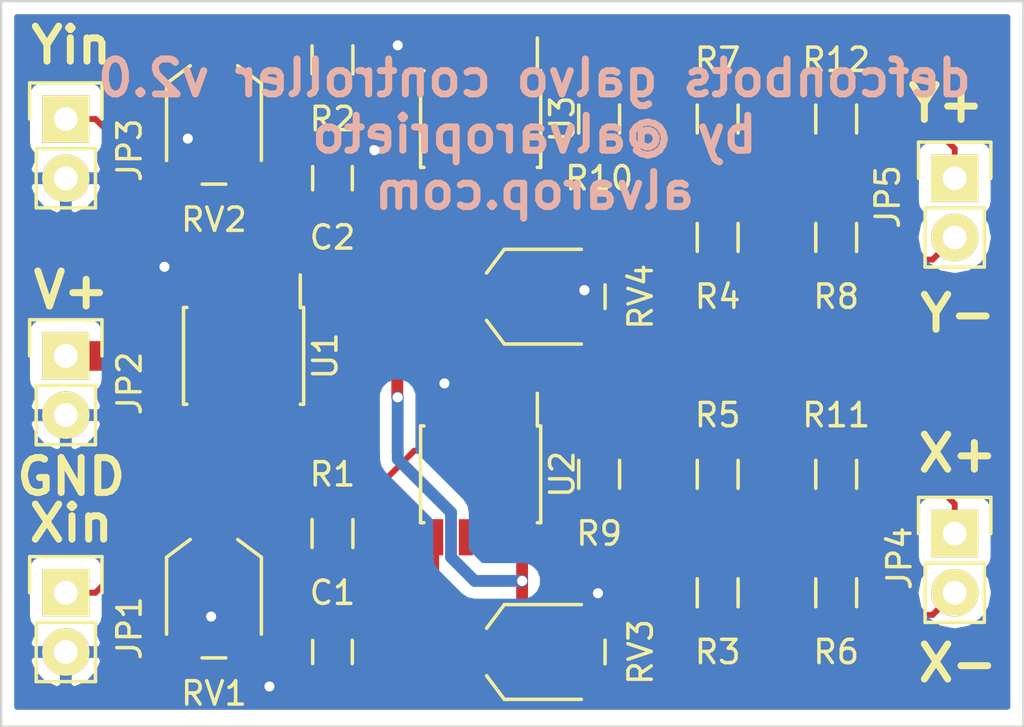
<source format=kicad_pcb>
(kicad_pcb (version 4) (host pcbnew "(2015-07-12 BZR 5927)-product")

  (general
    (links 54)
    (no_connects 0)
    (area 126.949999 78.054999 170.865001 109.270001)
    (thickness 1.6)
    (drawings 13)
    (tracks 195)
    (zones 0)
    (modules 26)
    (nets 21)
  )

  (page A4)
  (layers
    (0 F.Cu signal)
    (31 B.Cu signal)
    (32 B.Adhes user)
    (33 F.Adhes user)
    (34 B.Paste user)
    (35 F.Paste user)
    (36 B.SilkS user)
    (37 F.SilkS user)
    (38 B.Mask user)
    (39 F.Mask user)
    (40 Dwgs.User user)
    (41 Cmts.User user)
    (42 Eco1.User user)
    (43 Eco2.User user)
    (44 Edge.Cuts user)
    (45 Margin user)
    (46 B.CrtYd user)
    (47 F.CrtYd user)
    (48 B.Fab user)
    (49 F.Fab user)
  )

  (setup
    (last_trace_width 0.508)
    (user_trace_width 0.1524)
    (user_trace_width 0.254)
    (user_trace_width 0.508)
    (user_trace_width 1.27)
    (user_trace_width 2.54)
    (user_trace_width 5.08)
    (user_trace_width 12.7)
    (trace_clearance 0.1778)
    (zone_clearance 0.508)
    (zone_45_only no)
    (trace_min 0.1524)
    (segment_width 0.2)
    (edge_width 0.1)
    (via_size 0.381)
    (via_drill 0.3302)
    (via_min_size 0.381)
    (via_min_drill 0.3302)
    (user_via 0.381 0.3302)
    (user_via 0.508 0.4318)
    (user_via 0.635 0.5588)
    (uvia_size 0.3)
    (uvia_drill 0.1)
    (uvias_allowed no)
    (uvia_min_size 0.2)
    (uvia_min_drill 0.1)
    (pcb_text_width 0.3)
    (pcb_text_size 1.5 1.5)
    (mod_edge_width 0.15)
    (mod_text_size 1 1)
    (mod_text_width 0.15)
    (pad_size 1.5 1.5)
    (pad_drill 0.6)
    (pad_to_mask_clearance 0)
    (aux_axis_origin 0 0)
    (visible_elements FFFFFF7F)
    (pcbplotparams
      (layerselection 0x010fc_80000001)
      (usegerberextensions true)
      (excludeedgelayer true)
      (linewidth 0.100000)
      (plotframeref false)
      (viasonmask false)
      (mode 1)
      (useauxorigin false)
      (hpglpennumber 1)
      (hpglpenspeed 20)
      (hpglpendiameter 15)
      (hpglpenoverlay 2)
      (psnegative false)
      (psa4output false)
      (plotreference true)
      (plotvalue true)
      (plotinvisibletext false)
      (padsonsilk false)
      (subtractmaskfromsilk false)
      (outputformat 1)
      (mirror false)
      (drillshape 0)
      (scaleselection 1)
      (outputdirectory grb/))
  )

  (net 0 "")
  (net 1 "Net-(C1-Pad1)")
  (net 2 GND)
  (net 3 "Net-(C2-Pad1)")
  (net 4 /xin)
  (net 5 VCC)
  (net 6 /yin)
  (net 7 /xout+)
  (net 8 /xout-)
  (net 9 /yout+)
  (net 10 /yout-)
  (net 11 "Net-(R1-Pad1)")
  (net 12 "Net-(R1-Pad2)")
  (net 13 "Net-(R10-Pad2)")
  (net 14 "Net-(R2-Pad2)")
  (net 15 "Net-(R3-Pad1)")
  (net 16 "Net-(R4-Pad1)")
  (net 17 "Net-(R11-Pad2)")
  (net 18 "Net-(R12-Pad2)")
  (net 19 "Net-(RV1-Pad2)")
  (net 20 "Net-(RV2-Pad2)")

  (net_class Default "This is the default net class."
    (clearance 0.1778)
    (trace_width 0.1524)
    (via_dia 0.381)
    (via_drill 0.3302)
    (uvia_dia 0.3)
    (uvia_drill 0.1)
    (add_net /xin)
    (add_net /xout+)
    (add_net /xout-)
    (add_net /yin)
    (add_net /yout+)
    (add_net /yout-)
    (add_net GND)
    (add_net "Net-(C1-Pad1)")
    (add_net "Net-(C2-Pad1)")
    (add_net "Net-(R1-Pad1)")
    (add_net "Net-(R1-Pad2)")
    (add_net "Net-(R10-Pad2)")
    (add_net "Net-(R11-Pad2)")
    (add_net "Net-(R12-Pad2)")
    (add_net "Net-(R2-Pad2)")
    (add_net "Net-(R3-Pad1)")
    (add_net "Net-(R4-Pad1)")
    (add_net "Net-(RV1-Pad2)")
    (add_net "Net-(RV2-Pad2)")
    (add_net VCC)
  )

  (module Capacitors_SMD:C_0805 (layer F.Cu) (tedit 55A2CFA4) (tstamp 55A2C1FF)
    (at 141.201385 106.020112 270)
    (descr "Capacitor SMD 0805, reflow soldering, AVX (see smccp.pdf)")
    (tags "capacitor 0805")
    (path /55A2AE13)
    (attr smd)
    (fp_text reference C1 (at -2.54 0 360) (layer F.SilkS)
      (effects (font (size 1 1) (thickness 0.15)))
    )
    (fp_text value 0.1u (at -0.254 1.778 270) (layer F.Fab)
      (effects (font (size 1 1) (thickness 0.15)))
    )
    (fp_line (start -1.8 -1) (end 1.8 -1) (layer F.CrtYd) (width 0.05))
    (fp_line (start -1.8 1) (end 1.8 1) (layer F.CrtYd) (width 0.05))
    (fp_line (start -1.8 -1) (end -1.8 1) (layer F.CrtYd) (width 0.05))
    (fp_line (start 1.8 -1) (end 1.8 1) (layer F.CrtYd) (width 0.05))
    (fp_line (start 0.5 -0.85) (end -0.5 -0.85) (layer F.SilkS) (width 0.15))
    (fp_line (start -0.5 0.85) (end 0.5 0.85) (layer F.SilkS) (width 0.15))
    (pad 1 smd rect (at -1 0 270) (size 1 1.25) (layers F.Cu F.Paste F.Mask)
      (net 1 "Net-(C1-Pad1)"))
    (pad 2 smd rect (at 1 0 270) (size 1 1.25) (layers F.Cu F.Paste F.Mask)
      (net 2 GND))
    (model Capacitors_SMD.3dshapes/C_0805.wrl
      (at (xyz 0 0 0))
      (scale (xyz 1 1 1))
      (rotate (xyz 0 0 0))
    )
  )

  (module Capacitors_SMD:C_0805 (layer F.Cu) (tedit 55A2CF45) (tstamp 55A2C205)
    (at 141.201385 85.700112 90)
    (descr "Capacitor SMD 0805, reflow soldering, AVX (see smccp.pdf)")
    (tags "capacitor 0805")
    (path /55A2D724)
    (attr smd)
    (fp_text reference C2 (at -2.54 0 180) (layer F.SilkS)
      (effects (font (size 1 1) (thickness 0.15)))
    )
    (fp_text value 0.1u (at 0 -2.032 90) (layer F.Fab)
      (effects (font (size 1 1) (thickness 0.15)))
    )
    (fp_line (start -1.8 -1) (end 1.8 -1) (layer F.CrtYd) (width 0.05))
    (fp_line (start -1.8 1) (end 1.8 1) (layer F.CrtYd) (width 0.05))
    (fp_line (start -1.8 -1) (end -1.8 1) (layer F.CrtYd) (width 0.05))
    (fp_line (start 1.8 -1) (end 1.8 1) (layer F.CrtYd) (width 0.05))
    (fp_line (start 0.5 -0.85) (end -0.5 -0.85) (layer F.SilkS) (width 0.15))
    (fp_line (start -0.5 0.85) (end 0.5 0.85) (layer F.SilkS) (width 0.15))
    (pad 1 smd rect (at -1 0 90) (size 1 1.25) (layers F.Cu F.Paste F.Mask)
      (net 3 "Net-(C2-Pad1)"))
    (pad 2 smd rect (at 1 0 90) (size 1 1.25) (layers F.Cu F.Paste F.Mask)
      (net 2 GND))
    (model Capacitors_SMD.3dshapes/C_0805.wrl
      (at (xyz 0 0 0))
      (scale (xyz 1 1 1))
      (rotate (xyz 0 0 0))
    )
  )

  (module Pin_Headers:Pin_Header_Straight_1x02 (layer F.Cu) (tedit 55A2C703) (tstamp 55A2C20B)
    (at 129.771385 103.480112)
    (descr "Through hole pin header")
    (tags "pin header")
    (path /55A30583)
    (fp_text reference JP1 (at 2.728615 1.519888 90) (layer F.SilkS)
      (effects (font (size 1 1) (thickness 0.15)))
    )
    (fp_text value M02 (at 0 -3.1) (layer F.Fab) hide
      (effects (font (size 1 1) (thickness 0.15)))
    )
    (fp_line (start 1.27 1.27) (end 1.27 3.81) (layer F.SilkS) (width 0.15))
    (fp_line (start 1.55 -1.55) (end 1.55 0) (layer F.SilkS) (width 0.15))
    (fp_line (start -1.75 -1.75) (end -1.75 4.3) (layer F.CrtYd) (width 0.05))
    (fp_line (start 1.75 -1.75) (end 1.75 4.3) (layer F.CrtYd) (width 0.05))
    (fp_line (start -1.75 -1.75) (end 1.75 -1.75) (layer F.CrtYd) (width 0.05))
    (fp_line (start -1.75 4.3) (end 1.75 4.3) (layer F.CrtYd) (width 0.05))
    (fp_line (start 1.27 1.27) (end -1.27 1.27) (layer F.SilkS) (width 0.15))
    (fp_line (start -1.55 0) (end -1.55 -1.55) (layer F.SilkS) (width 0.15))
    (fp_line (start -1.55 -1.55) (end 1.55 -1.55) (layer F.SilkS) (width 0.15))
    (fp_line (start -1.27 1.27) (end -1.27 3.81) (layer F.SilkS) (width 0.15))
    (fp_line (start -1.27 3.81) (end 1.27 3.81) (layer F.SilkS) (width 0.15))
    (pad 1 thru_hole rect (at 0 0) (size 2.032 2.032) (drill 1.016) (layers *.Cu *.Mask F.SilkS)
      (net 4 /xin))
    (pad 2 thru_hole oval (at 0 2.54) (size 2.032 2.032) (drill 1.016) (layers *.Cu *.Mask F.SilkS)
      (net 2 GND))
    (model Pin_Headers.3dshapes/Pin_Header_Straight_1x02.wrl
      (at (xyz 0 -0.05 0))
      (scale (xyz 1 1 1))
      (rotate (xyz 0 0 90))
    )
  )

  (module Pin_Headers:Pin_Header_Straight_1x02 (layer F.Cu) (tedit 55A2C709) (tstamp 55A2C211)
    (at 129.771385 93.320112)
    (descr "Through hole pin header")
    (tags "pin header")
    (path /55A304CB)
    (fp_text reference JP2 (at 2.728615 1.179888 90) (layer F.SilkS)
      (effects (font (size 1 1) (thickness 0.15)))
    )
    (fp_text value M02 (at 0 -3.1) (layer F.Fab) hide
      (effects (font (size 1 1) (thickness 0.15)))
    )
    (fp_line (start 1.27 1.27) (end 1.27 3.81) (layer F.SilkS) (width 0.15))
    (fp_line (start 1.55 -1.55) (end 1.55 0) (layer F.SilkS) (width 0.15))
    (fp_line (start -1.75 -1.75) (end -1.75 4.3) (layer F.CrtYd) (width 0.05))
    (fp_line (start 1.75 -1.75) (end 1.75 4.3) (layer F.CrtYd) (width 0.05))
    (fp_line (start -1.75 -1.75) (end 1.75 -1.75) (layer F.CrtYd) (width 0.05))
    (fp_line (start -1.75 4.3) (end 1.75 4.3) (layer F.CrtYd) (width 0.05))
    (fp_line (start 1.27 1.27) (end -1.27 1.27) (layer F.SilkS) (width 0.15))
    (fp_line (start -1.55 0) (end -1.55 -1.55) (layer F.SilkS) (width 0.15))
    (fp_line (start -1.55 -1.55) (end 1.55 -1.55) (layer F.SilkS) (width 0.15))
    (fp_line (start -1.27 1.27) (end -1.27 3.81) (layer F.SilkS) (width 0.15))
    (fp_line (start -1.27 3.81) (end 1.27 3.81) (layer F.SilkS) (width 0.15))
    (pad 1 thru_hole rect (at 0 0) (size 2.032 2.032) (drill 1.016) (layers *.Cu *.Mask F.SilkS)
      (net 5 VCC))
    (pad 2 thru_hole oval (at 0 2.54) (size 2.032 2.032) (drill 1.016) (layers *.Cu *.Mask F.SilkS)
      (net 2 GND))
    (model Pin_Headers.3dshapes/Pin_Header_Straight_1x02.wrl
      (at (xyz 0 -0.05 0))
      (scale (xyz 1 1 1))
      (rotate (xyz 0 0 90))
    )
  )

  (module Pin_Headers:Pin_Header_Straight_1x02 (layer F.Cu) (tedit 55A2C70E) (tstamp 55A2C217)
    (at 129.771385 83.160112)
    (descr "Through hole pin header")
    (tags "pin header")
    (path /55A3063F)
    (fp_text reference JP3 (at 2.728615 1.339888 270) (layer F.SilkS)
      (effects (font (size 1 1) (thickness 0.15)))
    )
    (fp_text value M02 (at 5.08 2.54) (layer F.Fab) hide
      (effects (font (size 1 1) (thickness 0.15)))
    )
    (fp_line (start 1.27 1.27) (end 1.27 3.81) (layer F.SilkS) (width 0.15))
    (fp_line (start 1.55 -1.55) (end 1.55 0) (layer F.SilkS) (width 0.15))
    (fp_line (start -1.75 -1.75) (end -1.75 4.3) (layer F.CrtYd) (width 0.05))
    (fp_line (start 1.75 -1.75) (end 1.75 4.3) (layer F.CrtYd) (width 0.05))
    (fp_line (start -1.75 -1.75) (end 1.75 -1.75) (layer F.CrtYd) (width 0.05))
    (fp_line (start -1.75 4.3) (end 1.75 4.3) (layer F.CrtYd) (width 0.05))
    (fp_line (start 1.27 1.27) (end -1.27 1.27) (layer F.SilkS) (width 0.15))
    (fp_line (start -1.55 0) (end -1.55 -1.55) (layer F.SilkS) (width 0.15))
    (fp_line (start -1.55 -1.55) (end 1.55 -1.55) (layer F.SilkS) (width 0.15))
    (fp_line (start -1.27 1.27) (end -1.27 3.81) (layer F.SilkS) (width 0.15))
    (fp_line (start -1.27 3.81) (end 1.27 3.81) (layer F.SilkS) (width 0.15))
    (pad 1 thru_hole rect (at 0 0) (size 2.032 2.032) (drill 1.016) (layers *.Cu *.Mask F.SilkS)
      (net 6 /yin))
    (pad 2 thru_hole oval (at 0 2.54) (size 2.032 2.032) (drill 1.016) (layers *.Cu *.Mask F.SilkS)
      (net 2 GND))
    (model Pin_Headers.3dshapes/Pin_Header_Straight_1x02.wrl
      (at (xyz 0 -0.05 0))
      (scale (xyz 1 1 1))
      (rotate (xyz 0 0 90))
    )
  )

  (module Pin_Headers:Pin_Header_Straight_1x02 (layer F.Cu) (tedit 55A2CEB8) (tstamp 55A2C21D)
    (at 167.871385 100.940112)
    (descr "Through hole pin header")
    (tags "pin header")
    (path /55A30825)
    (fp_text reference JP4 (at -2.371385 1.059888 90) (layer F.SilkS)
      (effects (font (size 1 1) (thickness 0.15)))
    )
    (fp_text value M02 (at 0 -3.1) (layer F.Fab) hide
      (effects (font (size 1 1) (thickness 0.15)))
    )
    (fp_line (start 1.27 1.27) (end 1.27 3.81) (layer F.SilkS) (width 0.15))
    (fp_line (start 1.55 -1.55) (end 1.55 0) (layer F.SilkS) (width 0.15))
    (fp_line (start -1.75 -1.75) (end -1.75 4.3) (layer F.CrtYd) (width 0.05))
    (fp_line (start 1.75 -1.75) (end 1.75 4.3) (layer F.CrtYd) (width 0.05))
    (fp_line (start -1.75 -1.75) (end 1.75 -1.75) (layer F.CrtYd) (width 0.05))
    (fp_line (start -1.75 4.3) (end 1.75 4.3) (layer F.CrtYd) (width 0.05))
    (fp_line (start 1.27 1.27) (end -1.27 1.27) (layer F.SilkS) (width 0.15))
    (fp_line (start -1.55 0) (end -1.55 -1.55) (layer F.SilkS) (width 0.15))
    (fp_line (start -1.55 -1.55) (end 1.55 -1.55) (layer F.SilkS) (width 0.15))
    (fp_line (start -1.27 1.27) (end -1.27 3.81) (layer F.SilkS) (width 0.15))
    (fp_line (start -1.27 3.81) (end 1.27 3.81) (layer F.SilkS) (width 0.15))
    (pad 1 thru_hole rect (at 0 0) (size 2.032 2.032) (drill 1.016) (layers *.Cu *.Mask F.SilkS)
      (net 7 /xout+))
    (pad 2 thru_hole oval (at 0 2.54) (size 2.032 2.032) (drill 1.016) (layers *.Cu *.Mask F.SilkS)
      (net 8 /xout-))
    (model Pin_Headers.3dshapes/Pin_Header_Straight_1x02.wrl
      (at (xyz 0 -0.05 0))
      (scale (xyz 1 1 1))
      (rotate (xyz 0 0 90))
    )
  )

  (module Pin_Headers:Pin_Header_Straight_1x02 (layer F.Cu) (tedit 55A2CEB6) (tstamp 55A2C223)
    (at 167.871385 85.700112)
    (descr "Through hole pin header")
    (tags "pin header")
    (path /55A308A4)
    (fp_text reference JP5 (at -2.871385 0.799888 90) (layer F.SilkS)
      (effects (font (size 1 1) (thickness 0.15)))
    )
    (fp_text value M02 (at 0 -3.1) (layer F.Fab) hide
      (effects (font (size 1 1) (thickness 0.15)))
    )
    (fp_line (start 1.27 1.27) (end 1.27 3.81) (layer F.SilkS) (width 0.15))
    (fp_line (start 1.55 -1.55) (end 1.55 0) (layer F.SilkS) (width 0.15))
    (fp_line (start -1.75 -1.75) (end -1.75 4.3) (layer F.CrtYd) (width 0.05))
    (fp_line (start 1.75 -1.75) (end 1.75 4.3) (layer F.CrtYd) (width 0.05))
    (fp_line (start -1.75 -1.75) (end 1.75 -1.75) (layer F.CrtYd) (width 0.05))
    (fp_line (start -1.75 4.3) (end 1.75 4.3) (layer F.CrtYd) (width 0.05))
    (fp_line (start 1.27 1.27) (end -1.27 1.27) (layer F.SilkS) (width 0.15))
    (fp_line (start -1.55 0) (end -1.55 -1.55) (layer F.SilkS) (width 0.15))
    (fp_line (start -1.55 -1.55) (end 1.55 -1.55) (layer F.SilkS) (width 0.15))
    (fp_line (start -1.27 1.27) (end -1.27 3.81) (layer F.SilkS) (width 0.15))
    (fp_line (start -1.27 3.81) (end 1.27 3.81) (layer F.SilkS) (width 0.15))
    (pad 1 thru_hole rect (at 0 0) (size 2.032 2.032) (drill 1.016) (layers *.Cu *.Mask F.SilkS)
      (net 9 /yout+))
    (pad 2 thru_hole oval (at 0 2.54) (size 2.032 2.032) (drill 1.016) (layers *.Cu *.Mask F.SilkS)
      (net 10 /yout-))
    (model Pin_Headers.3dshapes/Pin_Header_Straight_1x02.wrl
      (at (xyz 0 -0.05 0))
      (scale (xyz 1 1 1))
      (rotate (xyz 0 0 90))
    )
  )

  (module Resistors_SMD:R_0805 (layer F.Cu) (tedit 55A2CF4A) (tstamp 55A2C229)
    (at 141.201385 100.940112 270)
    (descr "Resistor SMD 0805, reflow soldering, Vishay (see dcrcw.pdf)")
    (tags "resistor 0805")
    (path /55A29F9F)
    (attr smd)
    (fp_text reference R1 (at -2.54 0 360) (layer F.SilkS)
      (effects (font (size 1 1) (thickness 0.15)))
    )
    (fp_text value 10k (at 0 1.778 270) (layer F.Fab)
      (effects (font (size 1 1) (thickness 0.15)))
    )
    (fp_line (start -1.6 -1) (end 1.6 -1) (layer F.CrtYd) (width 0.05))
    (fp_line (start -1.6 1) (end 1.6 1) (layer F.CrtYd) (width 0.05))
    (fp_line (start -1.6 -1) (end -1.6 1) (layer F.CrtYd) (width 0.05))
    (fp_line (start 1.6 -1) (end 1.6 1) (layer F.CrtYd) (width 0.05))
    (fp_line (start 0.6 0.875) (end -0.6 0.875) (layer F.SilkS) (width 0.15))
    (fp_line (start -0.6 -0.875) (end 0.6 -0.875) (layer F.SilkS) (width 0.15))
    (pad 1 smd rect (at -0.95 0 270) (size 0.7 1.3) (layers F.Cu F.Paste F.Mask)
      (net 11 "Net-(R1-Pad1)"))
    (pad 2 smd rect (at 0.95 0 270) (size 0.7 1.3) (layers F.Cu F.Paste F.Mask)
      (net 12 "Net-(R1-Pad2)"))
    (model Resistors_SMD.3dshapes/R_0805.wrl
      (at (xyz 0 0 0))
      (scale (xyz 1 1 1))
      (rotate (xyz 0 0 0))
    )
  )

  (module Resistors_SMD:R_0805 (layer F.Cu) (tedit 55A2CF31) (tstamp 55A2C22F)
    (at 141.201385 80.620112 270)
    (descr "Resistor SMD 0805, reflow soldering, Vishay (see dcrcw.pdf)")
    (tags "resistor 0805")
    (path /55A2D700)
    (attr smd)
    (fp_text reference R2 (at 2.54 0 360) (layer F.SilkS)
      (effects (font (size 1 1) (thickness 0.15)))
    )
    (fp_text value 10k (at 0 2.1 270) (layer F.Fab)
      (effects (font (size 1 1) (thickness 0.15)))
    )
    (fp_line (start -1.6 -1) (end 1.6 -1) (layer F.CrtYd) (width 0.05))
    (fp_line (start -1.6 1) (end 1.6 1) (layer F.CrtYd) (width 0.05))
    (fp_line (start -1.6 -1) (end -1.6 1) (layer F.CrtYd) (width 0.05))
    (fp_line (start 1.6 -1) (end 1.6 1) (layer F.CrtYd) (width 0.05))
    (fp_line (start 0.6 0.875) (end -0.6 0.875) (layer F.SilkS) (width 0.15))
    (fp_line (start -0.6 -0.875) (end 0.6 -0.875) (layer F.SilkS) (width 0.15))
    (pad 1 smd rect (at -0.95 0 270) (size 0.7 1.3) (layers F.Cu F.Paste F.Mask)
      (net 13 "Net-(R10-Pad2)"))
    (pad 2 smd rect (at 0.95 0 270) (size 0.7 1.3) (layers F.Cu F.Paste F.Mask)
      (net 14 "Net-(R2-Pad2)"))
    (model Resistors_SMD.3dshapes/R_0805.wrl
      (at (xyz 0 0 0))
      (scale (xyz 1 1 1))
      (rotate (xyz 0 0 0))
    )
  )

  (module Resistors_SMD:R_0805 (layer F.Cu) (tedit 55A2CEEE) (tstamp 55A2C235)
    (at 157.711385 103.480112 270)
    (descr "Resistor SMD 0805, reflow soldering, Vishay (see dcrcw.pdf)")
    (tags "resistor 0805")
    (path /55A2A120)
    (attr smd)
    (fp_text reference R3 (at 2.54 0 360) (layer F.SilkS)
      (effects (font (size 1 1) (thickness 0.15)))
    )
    (fp_text value 2.21k (at 0 2.1 270) (layer F.Fab)
      (effects (font (size 1 1) (thickness 0.15)))
    )
    (fp_line (start -1.6 -1) (end 1.6 -1) (layer F.CrtYd) (width 0.05))
    (fp_line (start -1.6 1) (end 1.6 1) (layer F.CrtYd) (width 0.05))
    (fp_line (start -1.6 -1) (end -1.6 1) (layer F.CrtYd) (width 0.05))
    (fp_line (start 1.6 -1) (end 1.6 1) (layer F.CrtYd) (width 0.05))
    (fp_line (start 0.6 0.875) (end -0.6 0.875) (layer F.SilkS) (width 0.15))
    (fp_line (start -0.6 -0.875) (end 0.6 -0.875) (layer F.SilkS) (width 0.15))
    (pad 1 smd rect (at -0.95 0 270) (size 0.7 1.3) (layers F.Cu F.Paste F.Mask)
      (net 15 "Net-(R3-Pad1)"))
    (pad 2 smd rect (at 0.95 0 270) (size 0.7 1.3) (layers F.Cu F.Paste F.Mask)
      (net 8 /xout-))
    (model Resistors_SMD.3dshapes/R_0805.wrl
      (at (xyz 0 0 0))
      (scale (xyz 1 1 1))
      (rotate (xyz 0 0 0))
    )
  )

  (module Resistors_SMD:R_0805 (layer F.Cu) (tedit 55A2CEE7) (tstamp 55A2C23B)
    (at 157.711385 88.240112 270)
    (descr "Resistor SMD 0805, reflow soldering, Vishay (see dcrcw.pdf)")
    (tags "resistor 0805")
    (path /55A2D718)
    (attr smd)
    (fp_text reference R4 (at 2.54 0 360) (layer F.SilkS)
      (effects (font (size 1 1) (thickness 0.15)))
    )
    (fp_text value 2.21k (at 0 2.1 270) (layer F.Fab)
      (effects (font (size 1 1) (thickness 0.15)))
    )
    (fp_line (start -1.6 -1) (end 1.6 -1) (layer F.CrtYd) (width 0.05))
    (fp_line (start -1.6 1) (end 1.6 1) (layer F.CrtYd) (width 0.05))
    (fp_line (start -1.6 -1) (end -1.6 1) (layer F.CrtYd) (width 0.05))
    (fp_line (start 1.6 -1) (end 1.6 1) (layer F.CrtYd) (width 0.05))
    (fp_line (start 0.6 0.875) (end -0.6 0.875) (layer F.SilkS) (width 0.15))
    (fp_line (start -0.6 -0.875) (end 0.6 -0.875) (layer F.SilkS) (width 0.15))
    (pad 1 smd rect (at -0.95 0 270) (size 0.7 1.3) (layers F.Cu F.Paste F.Mask)
      (net 16 "Net-(R4-Pad1)"))
    (pad 2 smd rect (at 0.95 0 270) (size 0.7 1.3) (layers F.Cu F.Paste F.Mask)
      (net 10 /yout-))
    (model Resistors_SMD.3dshapes/R_0805.wrl
      (at (xyz 0 0 0))
      (scale (xyz 1 1 1))
      (rotate (xyz 0 0 0))
    )
  )

  (module Resistors_SMD:R_0805 (layer F.Cu) (tedit 55A2CEEB) (tstamp 55A2C241)
    (at 157.711385 98.400112 270)
    (descr "Resistor SMD 0805, reflow soldering, Vishay (see dcrcw.pdf)")
    (tags "resistor 0805")
    (path /55A2A15B)
    (attr smd)
    (fp_text reference R5 (at -2.54 0 360) (layer F.SilkS)
      (effects (font (size 1 1) (thickness 0.15)))
    )
    (fp_text value 2.21k (at 0 2.1 270) (layer F.Fab)
      (effects (font (size 1 1) (thickness 0.15)))
    )
    (fp_line (start -1.6 -1) (end 1.6 -1) (layer F.CrtYd) (width 0.05))
    (fp_line (start -1.6 1) (end 1.6 1) (layer F.CrtYd) (width 0.05))
    (fp_line (start -1.6 -1) (end -1.6 1) (layer F.CrtYd) (width 0.05))
    (fp_line (start 1.6 -1) (end 1.6 1) (layer F.CrtYd) (width 0.05))
    (fp_line (start 0.6 0.875) (end -0.6 0.875) (layer F.SilkS) (width 0.15))
    (fp_line (start -0.6 -0.875) (end 0.6 -0.875) (layer F.SilkS) (width 0.15))
    (pad 1 smd rect (at -0.95 0 270) (size 0.7 1.3) (layers F.Cu F.Paste F.Mask)
      (net 7 /xout+))
    (pad 2 smd rect (at 0.95 0 270) (size 0.7 1.3) (layers F.Cu F.Paste F.Mask)
      (net 15 "Net-(R3-Pad1)"))
    (model Resistors_SMD.3dshapes/R_0805.wrl
      (at (xyz 0 0 0))
      (scale (xyz 1 1 1))
      (rotate (xyz 0 0 0))
    )
  )

  (module Resistors_SMD:R_0805 (layer F.Cu) (tedit 55A2CF04) (tstamp 55A2C247)
    (at 162.791385 103.480112 90)
    (descr "Resistor SMD 0805, reflow soldering, Vishay (see dcrcw.pdf)")
    (tags "resistor 0805")
    (path /55A2A099)
    (attr smd)
    (fp_text reference R6 (at -2.54 0 180) (layer F.SilkS)
      (effects (font (size 1 1) (thickness 0.15)))
    )
    (fp_text value 2.21k (at 0 -2.032 90) (layer F.Fab)
      (effects (font (size 1 1) (thickness 0.15)))
    )
    (fp_line (start -1.6 -1) (end 1.6 -1) (layer F.CrtYd) (width 0.05))
    (fp_line (start -1.6 1) (end 1.6 1) (layer F.CrtYd) (width 0.05))
    (fp_line (start -1.6 -1) (end -1.6 1) (layer F.CrtYd) (width 0.05))
    (fp_line (start 1.6 -1) (end 1.6 1) (layer F.CrtYd) (width 0.05))
    (fp_line (start 0.6 0.875) (end -0.6 0.875) (layer F.SilkS) (width 0.15))
    (fp_line (start -0.6 -0.875) (end 0.6 -0.875) (layer F.SilkS) (width 0.15))
    (pad 1 smd rect (at -0.95 0 90) (size 0.7 1.3) (layers F.Cu F.Paste F.Mask)
      (net 8 /xout-))
    (pad 2 smd rect (at 0.95 0 90) (size 0.7 1.3) (layers F.Cu F.Paste F.Mask)
      (net 17 "Net-(R11-Pad2)"))
    (model Resistors_SMD.3dshapes/R_0805.wrl
      (at (xyz 0 0 0))
      (scale (xyz 1 1 1))
      (rotate (xyz 0 0 0))
    )
  )

  (module Resistors_SMD:R_0805 (layer F.Cu) (tedit 55A2CEDE) (tstamp 55A2C24D)
    (at 157.711385 83.160112 270)
    (descr "Resistor SMD 0805, reflow soldering, Vishay (see dcrcw.pdf)")
    (tags "resistor 0805")
    (path /55A2D71E)
    (attr smd)
    (fp_text reference R7 (at -2.54 0 360) (layer F.SilkS)
      (effects (font (size 1 1) (thickness 0.15)))
    )
    (fp_text value 2.21k (at 0 2.1 270) (layer F.Fab)
      (effects (font (size 1 1) (thickness 0.15)))
    )
    (fp_line (start -1.6 -1) (end 1.6 -1) (layer F.CrtYd) (width 0.05))
    (fp_line (start -1.6 1) (end 1.6 1) (layer F.CrtYd) (width 0.05))
    (fp_line (start -1.6 -1) (end -1.6 1) (layer F.CrtYd) (width 0.05))
    (fp_line (start 1.6 -1) (end 1.6 1) (layer F.CrtYd) (width 0.05))
    (fp_line (start 0.6 0.875) (end -0.6 0.875) (layer F.SilkS) (width 0.15))
    (fp_line (start -0.6 -0.875) (end 0.6 -0.875) (layer F.SilkS) (width 0.15))
    (pad 1 smd rect (at -0.95 0 270) (size 0.7 1.3) (layers F.Cu F.Paste F.Mask)
      (net 9 /yout+))
    (pad 2 smd rect (at 0.95 0 270) (size 0.7 1.3) (layers F.Cu F.Paste F.Mask)
      (net 16 "Net-(R4-Pad1)"))
    (model Resistors_SMD.3dshapes/R_0805.wrl
      (at (xyz 0 0 0))
      (scale (xyz 1 1 1))
      (rotate (xyz 0 0 0))
    )
  )

  (module Resistors_SMD:R_0805 (layer F.Cu) (tedit 55A2CF6B) (tstamp 55A2C253)
    (at 162.791385 88.240112 90)
    (descr "Resistor SMD 0805, reflow soldering, Vishay (see dcrcw.pdf)")
    (tags "resistor 0805")
    (path /55A2D712)
    (attr smd)
    (fp_text reference R8 (at -2.54 0 180) (layer F.SilkS)
      (effects (font (size 1 1) (thickness 0.15)))
    )
    (fp_text value 2.21k (at -0.127 -2.032 90) (layer F.Fab)
      (effects (font (size 1 1) (thickness 0.15)))
    )
    (fp_line (start -1.6 -1) (end 1.6 -1) (layer F.CrtYd) (width 0.05))
    (fp_line (start -1.6 1) (end 1.6 1) (layer F.CrtYd) (width 0.05))
    (fp_line (start -1.6 -1) (end -1.6 1) (layer F.CrtYd) (width 0.05))
    (fp_line (start 1.6 -1) (end 1.6 1) (layer F.CrtYd) (width 0.05))
    (fp_line (start 0.6 0.875) (end -0.6 0.875) (layer F.SilkS) (width 0.15))
    (fp_line (start -0.6 -0.875) (end 0.6 -0.875) (layer F.SilkS) (width 0.15))
    (pad 1 smd rect (at -0.95 0 90) (size 0.7 1.3) (layers F.Cu F.Paste F.Mask)
      (net 10 /yout-))
    (pad 2 smd rect (at 0.95 0 90) (size 0.7 1.3) (layers F.Cu F.Paste F.Mask)
      (net 18 "Net-(R12-Pad2)"))
    (model Resistors_SMD.3dshapes/R_0805.wrl
      (at (xyz 0 0 0))
      (scale (xyz 1 1 1))
      (rotate (xyz 0 0 0))
    )
  )

  (module Resistors_SMD:R_0805 (layer F.Cu) (tedit 55A2CF14) (tstamp 55A2C259)
    (at 152.631385 98.400112 90)
    (descr "Resistor SMD 0805, reflow soldering, Vishay (see dcrcw.pdf)")
    (tags "resistor 0805")
    (path /55A2A03F)
    (attr smd)
    (fp_text reference R9 (at -2.54 0 180) (layer F.SilkS)
      (effects (font (size 1 1) (thickness 0.15)))
    )
    (fp_text value 10k (at 2.54 0 180) (layer F.Fab)
      (effects (font (size 1 1) (thickness 0.15)))
    )
    (fp_line (start -1.6 -1) (end 1.6 -1) (layer F.CrtYd) (width 0.05))
    (fp_line (start -1.6 1) (end 1.6 1) (layer F.CrtYd) (width 0.05))
    (fp_line (start -1.6 -1) (end -1.6 1) (layer F.CrtYd) (width 0.05))
    (fp_line (start 1.6 -1) (end 1.6 1) (layer F.CrtYd) (width 0.05))
    (fp_line (start 0.6 0.875) (end -0.6 0.875) (layer F.SilkS) (width 0.15))
    (fp_line (start -0.6 -0.875) (end 0.6 -0.875) (layer F.SilkS) (width 0.15))
    (pad 1 smd rect (at -0.95 0 90) (size 0.7 1.3) (layers F.Cu F.Paste F.Mask)
      (net 8 /xout-))
    (pad 2 smd rect (at 0.95 0 90) (size 0.7 1.3) (layers F.Cu F.Paste F.Mask)
      (net 11 "Net-(R1-Pad1)"))
    (model Resistors_SMD.3dshapes/R_0805.wrl
      (at (xyz 0 0 0))
      (scale (xyz 1 1 1))
      (rotate (xyz 0 0 0))
    )
  )

  (module Resistors_SMD:R_0805 (layer F.Cu) (tedit 55A2CF23) (tstamp 55A2C25F)
    (at 152.631385 83.160112 90)
    (descr "Resistor SMD 0805, reflow soldering, Vishay (see dcrcw.pdf)")
    (tags "resistor 0805")
    (path /55A2D70C)
    (attr smd)
    (fp_text reference R10 (at -2.54 0 180) (layer F.SilkS)
      (effects (font (size 1 1) (thickness 0.15)))
    )
    (fp_text value 10k (at 2.54 0 180) (layer F.Fab)
      (effects (font (size 1 1) (thickness 0.15)))
    )
    (fp_line (start -1.6 -1) (end 1.6 -1) (layer F.CrtYd) (width 0.05))
    (fp_line (start -1.6 1) (end 1.6 1) (layer F.CrtYd) (width 0.05))
    (fp_line (start -1.6 -1) (end -1.6 1) (layer F.CrtYd) (width 0.05))
    (fp_line (start 1.6 -1) (end 1.6 1) (layer F.CrtYd) (width 0.05))
    (fp_line (start 0.6 0.875) (end -0.6 0.875) (layer F.SilkS) (width 0.15))
    (fp_line (start -0.6 -0.875) (end 0.6 -0.875) (layer F.SilkS) (width 0.15))
    (pad 1 smd rect (at -0.95 0 90) (size 0.7 1.3) (layers F.Cu F.Paste F.Mask)
      (net 10 /yout-))
    (pad 2 smd rect (at 0.95 0 90) (size 0.7 1.3) (layers F.Cu F.Paste F.Mask)
      (net 13 "Net-(R10-Pad2)"))
    (model Resistors_SMD.3dshapes/R_0805.wrl
      (at (xyz 0 0 0))
      (scale (xyz 1 1 1))
      (rotate (xyz 0 0 0))
    )
  )

  (module Resistors_SMD:R_0805 (layer F.Cu) (tedit 55A2CEEC) (tstamp 55A2C265)
    (at 162.791385 98.400112 270)
    (descr "Resistor SMD 0805, reflow soldering, Vishay (see dcrcw.pdf)")
    (tags "resistor 0805")
    (path /55A29FC6)
    (attr smd)
    (fp_text reference R11 (at -2.54 0 360) (layer F.SilkS)
      (effects (font (size 1 1) (thickness 0.15)))
    )
    (fp_text value 2.21k (at 0 2.1 270) (layer F.Fab)
      (effects (font (size 1 1) (thickness 0.15)))
    )
    (fp_line (start -1.6 -1) (end 1.6 -1) (layer F.CrtYd) (width 0.05))
    (fp_line (start -1.6 1) (end 1.6 1) (layer F.CrtYd) (width 0.05))
    (fp_line (start -1.6 -1) (end -1.6 1) (layer F.CrtYd) (width 0.05))
    (fp_line (start 1.6 -1) (end 1.6 1) (layer F.CrtYd) (width 0.05))
    (fp_line (start 0.6 0.875) (end -0.6 0.875) (layer F.SilkS) (width 0.15))
    (fp_line (start -0.6 -0.875) (end 0.6 -0.875) (layer F.SilkS) (width 0.15))
    (pad 1 smd rect (at -0.95 0 270) (size 0.7 1.3) (layers F.Cu F.Paste F.Mask)
      (net 7 /xout+))
    (pad 2 smd rect (at 0.95 0 270) (size 0.7 1.3) (layers F.Cu F.Paste F.Mask)
      (net 17 "Net-(R11-Pad2)"))
    (model Resistors_SMD.3dshapes/R_0805.wrl
      (at (xyz 0 0 0))
      (scale (xyz 1 1 1))
      (rotate (xyz 0 0 0))
    )
  )

  (module Resistors_SMD:R_0805 (layer F.Cu) (tedit 55A2CEDD) (tstamp 55A2C26B)
    (at 162.791385 83.160112 270)
    (descr "Resistor SMD 0805, reflow soldering, Vishay (see dcrcw.pdf)")
    (tags "resistor 0805")
    (path /55A2D706)
    (attr smd)
    (fp_text reference R12 (at -2.54 0 360) (layer F.SilkS)
      (effects (font (size 1 1) (thickness 0.15)))
    )
    (fp_text value 2.21k (at 0 2.1 270) (layer F.Fab)
      (effects (font (size 1 1) (thickness 0.15)))
    )
    (fp_line (start -1.6 -1) (end 1.6 -1) (layer F.CrtYd) (width 0.05))
    (fp_line (start -1.6 1) (end 1.6 1) (layer F.CrtYd) (width 0.05))
    (fp_line (start -1.6 -1) (end -1.6 1) (layer F.CrtYd) (width 0.05))
    (fp_line (start 1.6 -1) (end 1.6 1) (layer F.CrtYd) (width 0.05))
    (fp_line (start 0.6 0.875) (end -0.6 0.875) (layer F.SilkS) (width 0.15))
    (fp_line (start -0.6 -0.875) (end 0.6 -0.875) (layer F.SilkS) (width 0.15))
    (pad 1 smd rect (at -0.95 0 270) (size 0.7 1.3) (layers F.Cu F.Paste F.Mask)
      (net 9 /yout+))
    (pad 2 smd rect (at 0.95 0 270) (size 0.7 1.3) (layers F.Cu F.Paste F.Mask)
      (net 18 "Net-(R12-Pad2)"))
    (model Resistors_SMD.3dshapes/R_0805.wrl
      (at (xyz 0 0 0))
      (scale (xyz 1 1 1))
      (rotate (xyz 0 0 0))
    )
  )

  (module alvarop:POT-4mm (layer F.Cu) (tedit 55A2CE85) (tstamp 55A2C277)
    (at 136.121385 103.480112)
    (path /55A2AF96)
    (fp_text reference RV1 (at 0 4.318) (layer F.SilkS)
      (effects (font (size 1 1) (thickness 0.15)))
    )
    (fp_text value POT (at 0 -3.81) (layer F.Fab) hide
      (effects (font (size 1 1) (thickness 0.15)))
    )
    (fp_line (start -0.508 2.794) (end 0.508 2.794) (layer F.SilkS) (width 0.15))
    (fp_line (start 2.032 -1.524) (end 1.016 -2.286) (layer F.SilkS) (width 0.15))
    (fp_line (start 2.032 1.778) (end 2.032 -1.524) (layer F.SilkS) (width 0.15))
    (fp_line (start -2.032 -1.524) (end -1.016 -2.286) (layer F.SilkS) (width 0.15))
    (fp_line (start -2.032 1.778) (end -2.032 -1.524) (layer F.SilkS) (width 0.15))
    (pad 3 smd rect (at 1.35 2.6) (size 1.1 1.2) (layers F.Cu F.Paste F.Mask)
      (net 12 "Net-(R1-Pad2)"))
    (pad 1 smd rect (at -1.35 2.6) (size 1.1 1.2) (layers F.Cu F.Paste F.Mask)
      (net 2 GND))
    (pad 2 smd rect (at 0 -2.3) (size 1.7 1.8) (layers F.Cu F.Paste F.Mask)
      (net 19 "Net-(RV1-Pad2)"))
  )

  (module alvarop:POT-4mm (layer F.Cu) (tedit 55A2CE83) (tstamp 55A2C283)
    (at 136.121385 83.160112)
    (path /55A2D72A)
    (fp_text reference RV2 (at 0 4.318) (layer F.SilkS)
      (effects (font (size 1 1) (thickness 0.15)))
    )
    (fp_text value POT (at 0 -3.81) (layer F.Fab) hide
      (effects (font (size 1 1) (thickness 0.15)))
    )
    (fp_line (start -0.508 2.794) (end 0.508 2.794) (layer F.SilkS) (width 0.15))
    (fp_line (start 2.032 -1.524) (end 1.016 -2.286) (layer F.SilkS) (width 0.15))
    (fp_line (start 2.032 1.778) (end 2.032 -1.524) (layer F.SilkS) (width 0.15))
    (fp_line (start -2.032 -1.524) (end -1.016 -2.286) (layer F.SilkS) (width 0.15))
    (fp_line (start -2.032 1.778) (end -2.032 -1.524) (layer F.SilkS) (width 0.15))
    (pad 3 smd rect (at 1.35 2.6) (size 1.1 1.2) (layers F.Cu F.Paste F.Mask)
      (net 14 "Net-(R2-Pad2)"))
    (pad 1 smd rect (at -1.35 2.6) (size 1.1 1.2) (layers F.Cu F.Paste F.Mask)
      (net 2 GND))
    (pad 2 smd rect (at 0 -2.3) (size 1.7 1.8) (layers F.Cu F.Paste F.Mask)
      (net 20 "Net-(RV2-Pad2)"))
  )

  (module alvarop:POT-4mm (layer F.Cu) (tedit 55A2CE8B) (tstamp 55A2C28F)
    (at 150.091385 106.020112 90)
    (path /55A2AFE7)
    (fp_text reference RV3 (at 0 4.318 90) (layer F.SilkS)
      (effects (font (size 1 1) (thickness 0.15)))
    )
    (fp_text value POT (at 0 -3.81 90) (layer F.Fab) hide
      (effects (font (size 1 1) (thickness 0.15)))
    )
    (fp_line (start -0.508 2.794) (end 0.508 2.794) (layer F.SilkS) (width 0.15))
    (fp_line (start 2.032 -1.524) (end 1.016 -2.286) (layer F.SilkS) (width 0.15))
    (fp_line (start 2.032 1.778) (end 2.032 -1.524) (layer F.SilkS) (width 0.15))
    (fp_line (start -2.032 -1.524) (end -1.016 -2.286) (layer F.SilkS) (width 0.15))
    (fp_line (start -2.032 1.778) (end -2.032 -1.524) (layer F.SilkS) (width 0.15))
    (pad 3 smd rect (at 1.35 2.6 90) (size 1.1 1.2) (layers F.Cu F.Paste F.Mask)
      (net 2 GND))
    (pad 1 smd rect (at -1.35 2.6 90) (size 1.1 1.2) (layers F.Cu F.Paste F.Mask)
      (net 5 VCC))
    (pad 2 smd rect (at 0 -2.3 90) (size 1.7 1.8) (layers F.Cu F.Paste F.Mask)
      (net 1 "Net-(C1-Pad1)"))
  )

  (module alvarop:POT-4mm (layer F.Cu) (tedit 55A2CE8E) (tstamp 55A2C29B)
    (at 150.091385 90.780112 90)
    (path /55A2D730)
    (fp_text reference RV4 (at 0 4.318 90) (layer F.SilkS)
      (effects (font (size 1 1) (thickness 0.15)))
    )
    (fp_text value POT (at 0 -3.81 90) (layer F.Fab) hide
      (effects (font (size 1 1) (thickness 0.15)))
    )
    (fp_line (start -0.508 2.794) (end 0.508 2.794) (layer F.SilkS) (width 0.15))
    (fp_line (start 2.032 -1.524) (end 1.016 -2.286) (layer F.SilkS) (width 0.15))
    (fp_line (start 2.032 1.778) (end 2.032 -1.524) (layer F.SilkS) (width 0.15))
    (fp_line (start -2.032 -1.524) (end -1.016 -2.286) (layer F.SilkS) (width 0.15))
    (fp_line (start -2.032 1.778) (end -2.032 -1.524) (layer F.SilkS) (width 0.15))
    (pad 3 smd rect (at 1.35 2.6 90) (size 1.1 1.2) (layers F.Cu F.Paste F.Mask)
      (net 2 GND))
    (pad 1 smd rect (at -1.35 2.6 90) (size 1.1 1.2) (layers F.Cu F.Paste F.Mask)
      (net 5 VCC))
    (pad 2 smd rect (at 0 -2.3 90) (size 1.7 1.8) (layers F.Cu F.Paste F.Mask)
      (net 3 "Net-(C2-Pad1)"))
  )

  (module Housings_SOIC:SOIC-8_3.9x4.9mm_Pitch1.27mm (layer F.Cu) (tedit 55A2CE72) (tstamp 55A2C2B2)
    (at 137.391385 93.320112 270)
    (descr "8-Lead Plastic Small Outline (SN) - Narrow, 3.90 mm Body [SOIC] (see Microchip Packaging Specification 00000049BS.pdf)")
    (tags "SOIC 1.27")
    (path /55A29DAF)
    (attr smd)
    (fp_text reference U1 (at 0 -3.5 270) (layer F.SilkS)
      (effects (font (size 1 1) (thickness 0.15)))
    )
    (fp_text value LM358 (at 0 3.5 270) (layer F.Fab) hide
      (effects (font (size 1 1) (thickness 0.15)))
    )
    (fp_line (start -3.75 -2.75) (end -3.75 2.75) (layer F.CrtYd) (width 0.05))
    (fp_line (start 3.75 -2.75) (end 3.75 2.75) (layer F.CrtYd) (width 0.05))
    (fp_line (start -3.75 -2.75) (end 3.75 -2.75) (layer F.CrtYd) (width 0.05))
    (fp_line (start -3.75 2.75) (end 3.75 2.75) (layer F.CrtYd) (width 0.05))
    (fp_line (start -2.075 -2.575) (end -2.075 -2.43) (layer F.SilkS) (width 0.15))
    (fp_line (start 2.075 -2.575) (end 2.075 -2.43) (layer F.SilkS) (width 0.15))
    (fp_line (start 2.075 2.575) (end 2.075 2.43) (layer F.SilkS) (width 0.15))
    (fp_line (start -2.075 2.575) (end -2.075 2.43) (layer F.SilkS) (width 0.15))
    (fp_line (start -2.075 -2.575) (end 2.075 -2.575) (layer F.SilkS) (width 0.15))
    (fp_line (start -2.075 2.575) (end 2.075 2.575) (layer F.SilkS) (width 0.15))
    (fp_line (start -2.075 -2.43) (end -3.475 -2.43) (layer F.SilkS) (width 0.15))
    (pad 1 smd rect (at -2.7 -1.905 270) (size 1.55 0.6) (layers F.Cu F.Paste F.Mask)
      (net 14 "Net-(R2-Pad2)"))
    (pad 2 smd rect (at -2.7 -0.635 270) (size 1.55 0.6) (layers F.Cu F.Paste F.Mask)
      (net 20 "Net-(RV2-Pad2)"))
    (pad 3 smd rect (at -2.7 0.635 270) (size 1.55 0.6) (layers F.Cu F.Paste F.Mask)
      (net 6 /yin))
    (pad 4 smd rect (at -2.7 1.905 270) (size 1.55 0.6) (layers F.Cu F.Paste F.Mask)
      (net 2 GND))
    (pad 5 smd rect (at 2.7 1.905 270) (size 1.55 0.6) (layers F.Cu F.Paste F.Mask)
      (net 4 /xin))
    (pad 6 smd rect (at 2.7 0.635 270) (size 1.55 0.6) (layers F.Cu F.Paste F.Mask)
      (net 19 "Net-(RV1-Pad2)"))
    (pad 7 smd rect (at 2.7 -0.635 270) (size 1.55 0.6) (layers F.Cu F.Paste F.Mask)
      (net 12 "Net-(R1-Pad2)"))
    (pad 8 smd rect (at 2.7 -1.905 270) (size 1.55 0.6) (layers F.Cu F.Paste F.Mask)
      (net 5 VCC))
    (model Housings_SOIC.3dshapes/SOIC-8_3.9x4.9mm_Pitch1.27mm.wrl
      (at (xyz 0 0 0))
      (scale (xyz 1 1 1))
      (rotate (xyz 0 0 0))
    )
  )

  (module Housings_SOIC:SOIC-8_3.9x4.9mm_Pitch1.27mm (layer F.Cu) (tedit 55A2CE74) (tstamp 55A2C2C9)
    (at 147.551385 98.400112 270)
    (descr "8-Lead Plastic Small Outline (SN) - Narrow, 3.90 mm Body [SOIC] (see Microchip Packaging Specification 00000049BS.pdf)")
    (tags "SOIC 1.27")
    (path /55A29F22)
    (attr smd)
    (fp_text reference U2 (at 0 -3.5 270) (layer F.SilkS)
      (effects (font (size 1 1) (thickness 0.15)))
    )
    (fp_text value LM358 (at 0 3.5 270) (layer F.Fab) hide
      (effects (font (size 1 1) (thickness 0.15)))
    )
    (fp_line (start -3.75 -2.75) (end -3.75 2.75) (layer F.CrtYd) (width 0.05))
    (fp_line (start 3.75 -2.75) (end 3.75 2.75) (layer F.CrtYd) (width 0.05))
    (fp_line (start -3.75 -2.75) (end 3.75 -2.75) (layer F.CrtYd) (width 0.05))
    (fp_line (start -3.75 2.75) (end 3.75 2.75) (layer F.CrtYd) (width 0.05))
    (fp_line (start -2.075 -2.575) (end -2.075 -2.43) (layer F.SilkS) (width 0.15))
    (fp_line (start 2.075 -2.575) (end 2.075 -2.43) (layer F.SilkS) (width 0.15))
    (fp_line (start 2.075 2.575) (end 2.075 2.43) (layer F.SilkS) (width 0.15))
    (fp_line (start -2.075 2.575) (end -2.075 2.43) (layer F.SilkS) (width 0.15))
    (fp_line (start -2.075 -2.575) (end 2.075 -2.575) (layer F.SilkS) (width 0.15))
    (fp_line (start -2.075 2.575) (end 2.075 2.575) (layer F.SilkS) (width 0.15))
    (fp_line (start -2.075 -2.43) (end -3.475 -2.43) (layer F.SilkS) (width 0.15))
    (pad 1 smd rect (at -2.7 -1.905 270) (size 1.55 0.6) (layers F.Cu F.Paste F.Mask)
      (net 7 /xout+))
    (pad 2 smd rect (at -2.7 -0.635 270) (size 1.55 0.6) (layers F.Cu F.Paste F.Mask)
      (net 15 "Net-(R3-Pad1)"))
    (pad 3 smd rect (at -2.7 0.635 270) (size 1.55 0.6) (layers F.Cu F.Paste F.Mask)
      (net 11 "Net-(R1-Pad1)"))
    (pad 4 smd rect (at -2.7 1.905 270) (size 1.55 0.6) (layers F.Cu F.Paste F.Mask)
      (net 2 GND))
    (pad 5 smd rect (at 2.7 1.905 270) (size 1.55 0.6) (layers F.Cu F.Paste F.Mask)
      (net 1 "Net-(C1-Pad1)"))
    (pad 6 smd rect (at 2.7 0.635 270) (size 1.55 0.6) (layers F.Cu F.Paste F.Mask)
      (net 17 "Net-(R11-Pad2)"))
    (pad 7 smd rect (at 2.7 -0.635 270) (size 1.55 0.6) (layers F.Cu F.Paste F.Mask)
      (net 8 /xout-))
    (pad 8 smd rect (at 2.7 -1.905 270) (size 1.55 0.6) (layers F.Cu F.Paste F.Mask)
      (net 5 VCC))
    (model Housings_SOIC.3dshapes/SOIC-8_3.9x4.9mm_Pitch1.27mm.wrl
      (at (xyz 0 0 0))
      (scale (xyz 1 1 1))
      (rotate (xyz 0 0 0))
    )
  )

  (module Housings_SOIC:SOIC-8_3.9x4.9mm_Pitch1.27mm (layer F.Cu) (tedit 55A2CE6B) (tstamp 55A2C2E0)
    (at 147.551385 83.160112 270)
    (descr "8-Lead Plastic Small Outline (SN) - Narrow, 3.90 mm Body [SOIC] (see Microchip Packaging Specification 00000049BS.pdf)")
    (tags "SOIC 1.27")
    (path /55A2D6F4)
    (attr smd)
    (fp_text reference U3 (at 0 -3.5 270) (layer F.SilkS)
      (effects (font (size 1 1) (thickness 0.15)))
    )
    (fp_text value LM358 (at 0 3.5 270) (layer F.Fab) hide
      (effects (font (size 1 1) (thickness 0.15)))
    )
    (fp_line (start -3.75 -2.75) (end -3.75 2.75) (layer F.CrtYd) (width 0.05))
    (fp_line (start 3.75 -2.75) (end 3.75 2.75) (layer F.CrtYd) (width 0.05))
    (fp_line (start -3.75 -2.75) (end 3.75 -2.75) (layer F.CrtYd) (width 0.05))
    (fp_line (start -3.75 2.75) (end 3.75 2.75) (layer F.CrtYd) (width 0.05))
    (fp_line (start -2.075 -2.575) (end -2.075 -2.43) (layer F.SilkS) (width 0.15))
    (fp_line (start 2.075 -2.575) (end 2.075 -2.43) (layer F.SilkS) (width 0.15))
    (fp_line (start 2.075 2.575) (end 2.075 2.43) (layer F.SilkS) (width 0.15))
    (fp_line (start -2.075 2.575) (end -2.075 2.43) (layer F.SilkS) (width 0.15))
    (fp_line (start -2.075 -2.575) (end 2.075 -2.575) (layer F.SilkS) (width 0.15))
    (fp_line (start -2.075 2.575) (end 2.075 2.575) (layer F.SilkS) (width 0.15))
    (fp_line (start -2.075 -2.43) (end -3.475 -2.43) (layer F.SilkS) (width 0.15))
    (pad 1 smd rect (at -2.7 -1.905 270) (size 1.55 0.6) (layers F.Cu F.Paste F.Mask)
      (net 9 /yout+))
    (pad 2 smd rect (at -2.7 -0.635 270) (size 1.55 0.6) (layers F.Cu F.Paste F.Mask)
      (net 16 "Net-(R4-Pad1)"))
    (pad 3 smd rect (at -2.7 0.635 270) (size 1.55 0.6) (layers F.Cu F.Paste F.Mask)
      (net 13 "Net-(R10-Pad2)"))
    (pad 4 smd rect (at -2.7 1.905 270) (size 1.55 0.6) (layers F.Cu F.Paste F.Mask)
      (net 2 GND))
    (pad 5 smd rect (at 2.7 1.905 270) (size 1.55 0.6) (layers F.Cu F.Paste F.Mask)
      (net 3 "Net-(C2-Pad1)"))
    (pad 6 smd rect (at 2.7 0.635 270) (size 1.55 0.6) (layers F.Cu F.Paste F.Mask)
      (net 18 "Net-(R12-Pad2)"))
    (pad 7 smd rect (at 2.7 -0.635 270) (size 1.55 0.6) (layers F.Cu F.Paste F.Mask)
      (net 10 /yout-))
    (pad 8 smd rect (at 2.7 -1.905 270) (size 1.55 0.6) (layers F.Cu F.Paste F.Mask)
      (net 5 VCC))
    (model Housings_SOIC.3dshapes/SOIC-8_3.9x4.9mm_Pitch1.27mm.wrl
      (at (xyz 0 0 0))
      (scale (xyz 1 1 1))
      (rotate (xyz 0 0 0))
    )
  )

  (gr_text "defconbots galvo controller v2.0\nby @alvaroprieto\nalvarop.com\n" (at 149.86 83.82) (layer B.SilkS)
    (effects (font (size 1.5 1.5) (thickness 0.3)) (justify mirror))
  )
  (gr_text GND (at 130 98.5) (layer F.SilkS)
    (effects (font (size 1.5 1.5) (thickness 0.3)))
  )
  (gr_text V+ (at 130 90.5) (layer F.SilkS)
    (effects (font (size 1.5 1.5) (thickness 0.3)))
  )
  (gr_text Xin (at 130 100.5) (layer F.SilkS)
    (effects (font (size 1.5 1.5) (thickness 0.3)))
  )
  (gr_text "Yin\n" (at 130 80) (layer F.SilkS)
    (effects (font (size 1.5 1.5) (thickness 0.3)))
  )
  (gr_text X- (at 168 106.5) (layer F.SilkS)
    (effects (font (size 1.5 1.5) (thickness 0.3)))
  )
  (gr_text "X+\n" (at 168 97.5) (layer F.SilkS)
    (effects (font (size 1.5 1.5) (thickness 0.3)))
  )
  (gr_text "Y+\n" (at 167.5 82.5) (layer F.SilkS)
    (effects (font (size 1.5 1.5) (thickness 0.3)))
  )
  (gr_text Y- (at 168 91.5) (layer F.SilkS)
    (effects (font (size 1.5 1.5) (thickness 0.3)))
  )
  (gr_line (start 127 109.22) (end 127 78.105) (layer Edge.Cuts) (width 0.1))
  (gr_line (start 170.815 109.22) (end 127 109.22) (layer Edge.Cuts) (width 0.1))
  (gr_line (start 170.815 78.105) (end 170.815 109.22) (layer Edge.Cuts) (width 0.1))
  (gr_line (start 127 78.105) (end 170.815 78.105) (layer Edge.Cuts) (width 0.1))

  (segment (start 145.646385 101.100112) (end 145.646385 103.925112) (width 0.254) (layer F.Cu) (net 1))
  (segment (start 145.646385 103.925112) (end 147.741385 106.020112) (width 0.254) (layer F.Cu) (net 1))
  (segment (start 147.741385 106.020112) (end 147.791385 106.020112) (width 0.254) (layer F.Cu) (net 1))
  (segment (start 141.201385 105.020112) (end 142.201385 105.020112) (width 0.254) (layer F.Cu) (net 1))
  (segment (start 142.201385 105.020112) (end 145.646385 101.575112) (width 0.254) (layer F.Cu) (net 1))
  (segment (start 145.646385 101.575112) (end 145.646385 101.100112) (width 0.254) (layer F.Cu) (net 1))
  (segment (start 135.486385 90.620112) (end 135.120112 90.620112) (width 0.508) (layer F.Cu) (net 2))
  (segment (start 135.120112 90.620112) (end 134 89.5) (width 0.508) (layer F.Cu) (net 2))
  (via (at 134 89.5) (size 0.508) (drill 0.4318) (layers F.Cu B.Cu) (net 2))
  (segment (start 134.771385 85.760112) (end 134.771385 84.228615) (width 0.508) (layer F.Cu) (net 2))
  (segment (start 134.771385 84.228615) (end 135 84) (width 0.508) (layer F.Cu) (net 2))
  (via (at 135 84) (size 0.508) (drill 0.4318) (layers F.Cu B.Cu) (net 2))
  (segment (start 141.201385 107.020112) (end 138.979888 107.020112) (width 0.508) (layer F.Cu) (net 2))
  (segment (start 138.979888 107.020112) (end 138.5 107.5) (width 0.508) (layer F.Cu) (net 2))
  (via (at 138.5 107.5) (size 0.508) (drill 0.4318) (layers F.Cu B.Cu) (net 2))
  (segment (start 134.771385 106.080112) (end 134.771385 105.728615) (width 0.508) (layer F.Cu) (net 2))
  (segment (start 134.771385 105.728615) (end 136 104.5) (width 0.508) (layer F.Cu) (net 2))
  (via (at 136 104.5) (size 0.508) (drill 0.4318) (layers F.Cu B.Cu) (net 2))
  (via (at 152.579273 103.5) (size 0.508) (drill 0.4318) (layers F.Cu B.Cu) (net 2))
  (segment (start 152.691385 104.670112) (end 152.691385 103.612112) (width 0.508) (layer F.Cu) (net 2))
  (segment (start 152.691385 103.612112) (end 152.579273 103.5) (width 0.508) (layer F.Cu) (net 2))
  (segment (start 145.646385 95.700112) (end 145.646385 94.853615) (width 0.508) (layer F.Cu) (net 2))
  (segment (start 145.646385 94.853615) (end 146 94.5) (width 0.508) (layer F.Cu) (net 2))
  (via (at 146 94.5) (size 0.508) (drill 0.4318) (layers F.Cu B.Cu) (net 2))
  (via (at 152 90.5) (size 0.508) (drill 0.4318) (layers F.Cu B.Cu) (net 2))
  (segment (start 152 90.38277) (end 152 90.5) (width 0.508) (layer F.Cu) (net 2))
  (via (at 152 90.5) (size 0.508) (drill 0.4318) (layers F.Cu B.Cu) (net 2))
  (segment (start 152.691385 89.691385) (end 152 90.38277) (width 0.508) (layer F.Cu) (net 2))
  (segment (start 152.691385 89.430112) (end 152.691385 89.691385) (width 0.508) (layer F.Cu) (net 2))
  (segment (start 142 84.5) (end 143 84.5) (width 0.508) (layer F.Cu) (net 2))
  (via (at 143 84.5) (size 0.508) (drill 0.4318) (layers F.Cu B.Cu) (net 2))
  (segment (start 141.799888 84.700112) (end 142 84.5) (width 0.508) (layer F.Cu) (net 2))
  (segment (start 141.201385 84.700112) (end 141.799888 84.700112) (width 0.508) (layer F.Cu) (net 2))
  (segment (start 145 80) (end 144 80) (width 0.508) (layer F.Cu) (net 2))
  (via (at 144 80) (size 0.508) (drill 0.4318) (layers F.Cu B.Cu) (net 2))
  (segment (start 145.460112 80.460112) (end 145 80) (width 0.508) (layer F.Cu) (net 2))
  (segment (start 145.646385 80.460112) (end 145.460112 80.460112) (width 0.508) (layer F.Cu) (net 2))
  (segment (start 141.201385 86.700112) (end 145.457385 86.700112) (width 0.254) (layer F.Cu) (net 3))
  (segment (start 145.457385 86.700112) (end 145.646385 86.889112) (width 0.254) (layer F.Cu) (net 3))
  (segment (start 147.791385 90.780112) (end 146.637385 90.780112) (width 0.254) (layer F.Cu) (net 3))
  (segment (start 146.637385 90.780112) (end 145.646385 89.789112) (width 0.254) (layer F.Cu) (net 3))
  (segment (start 145.646385 89.789112) (end 145.646385 86.889112) (width 0.254) (layer F.Cu) (net 3))
  (segment (start 145.646385 86.889112) (end 145.646385 85.860112) (width 0.254) (layer F.Cu) (net 3))
  (segment (start 129.771385 103.480112) (end 131.041385 103.480112) (width 0.254) (layer F.Cu) (net 4))
  (segment (start 131.041385 103.480112) (end 134.089385 100.432112) (width 0.254) (layer F.Cu) (net 4))
  (segment (start 134.089385 100.432112) (end 134.089385 96.863112) (width 0.254) (layer F.Cu) (net 4))
  (segment (start 134.089385 96.863112) (end 134.932385 96.020112) (width 0.254) (layer F.Cu) (net 4))
  (segment (start 134.932385 96.020112) (end 135.486385 96.020112) (width 0.254) (layer F.Cu) (net 4))
  (segment (start 143.999092 97.429247) (end 143.995385 97.42554) (width 0.508) (layer B.Cu) (net 5))
  (segment (start 143.995385 97.42554) (end 143.995385 95.098112) (width 0.508) (layer B.Cu) (net 5))
  (segment (start 149.329385 102.972112) (end 147.297385 102.972112) (width 0.508) (layer B.Cu) (net 5))
  (segment (start 147.297385 102.972112) (end 146.281385 101.956112) (width 0.508) (layer B.Cu) (net 5))
  (segment (start 146.281385 101.956112) (end 146.281385 100.031385) (width 0.508) (layer B.Cu) (net 5))
  (segment (start 146.281385 100.031385) (end 143.999092 97.749092) (width 0.508) (layer B.Cu) (net 5))
  (segment (start 143.999092 97.749092) (end 143.999092 97.429247) (width 0.508) (layer B.Cu) (net 5))
  (via (at 143.995385 95.098112) (size 0.508) (drill 0.4318) (layers F.Cu B.Cu) (net 5))
  (segment (start 143.97864 95.081367) (end 143.995385 95.098112) (width 0.508) (layer F.Cu) (net 5))
  (segment (start 143.97864 93.320112) (end 143.97864 95.081367) (width 0.508) (layer F.Cu) (net 5))
  (via (at 149.329385 102.972112) (size 0.508) (drill 0.4318) (layers F.Cu B.Cu) (net 5))
  (segment (start 149.329385 102.972112) (end 149.329385 104.058112) (width 0.508) (layer F.Cu) (net 5))
  (segment (start 149.329385 104.058112) (end 152.641385 107.370112) (width 0.508) (layer F.Cu) (net 5))
  (segment (start 152.641385 107.370112) (end 152.691385 107.370112) (width 0.508) (layer F.Cu) (net 5))
  (segment (start 149.329385 102.972112) (end 149.329385 101.227112) (width 0.508) (layer F.Cu) (net 5))
  (segment (start 149.329385 101.227112) (end 149.456385 101.100112) (width 0.508) (layer F.Cu) (net 5))
  (segment (start 143.97864 93.320112) (end 148.464427 93.320112) (width 1.27) (layer F.Cu) (net 5))
  (segment (start 139.269081 93.320112) (end 143.97864 93.320112) (width 1.27) (layer F.Cu) (net 5))
  (segment (start 129.771385 93.320112) (end 139.269081 93.320112) (width 1.27) (layer F.Cu) (net 5))
  (segment (start 139.269081 93.320112) (end 139.296385 93.347416) (width 0.508) (layer F.Cu) (net 5))
  (segment (start 139.296385 93.347416) (end 139.296385 96.020112) (width 0.508) (layer F.Cu) (net 5))
  (segment (start 152.691385 92.130112) (end 151.583385 92.130112) (width 0.508) (layer F.Cu) (net 5))
  (segment (start 151.583385 92.130112) (end 150.892427 91.439154) (width 0.508) (layer F.Cu) (net 5))
  (segment (start 150.892427 91.439154) (end 150.345385 91.439154) (width 0.508) (layer F.Cu) (net 5))
  (segment (start 149.456385 85.860112) (end 149.456385 87.143112) (width 0.508) (layer F.Cu) (net 5))
  (segment (start 149.456385 87.143112) (end 150.345385 88.032112) (width 0.508) (layer F.Cu) (net 5))
  (segment (start 150.345385 88.032112) (end 150.345385 91.439154) (width 0.508) (layer F.Cu) (net 5))
  (segment (start 148.464427 93.320112) (end 150.345385 91.439154) (width 1.27) (layer F.Cu) (net 5))
  (segment (start 136.121385 88.240112) (end 136.756385 88.875112) (width 0.254) (layer F.Cu) (net 6))
  (segment (start 136.756385 88.875112) (end 136.756385 90.620112) (width 0.254) (layer F.Cu) (net 6))
  (segment (start 134.597385 88.240112) (end 136.121385 88.240112) (width 0.254) (layer F.Cu) (net 6))
  (segment (start 132.565385 86.208112) (end 134.597385 88.240112) (width 0.254) (layer F.Cu) (net 6))
  (segment (start 132.565385 84.684112) (end 132.565385 86.208112) (width 0.254) (layer F.Cu) (net 6))
  (segment (start 131.041385 83.160112) (end 132.565385 84.684112) (width 0.254) (layer F.Cu) (net 6))
  (segment (start 129.771385 83.160112) (end 131.041385 83.160112) (width 0.254) (layer F.Cu) (net 6))
  (segment (start 156.507385 97.450112) (end 154.757385 95.700112) (width 0.254) (layer F.Cu) (net 7))
  (segment (start 154.757385 95.700112) (end 149.456385 95.700112) (width 0.254) (layer F.Cu) (net 7))
  (segment (start 157.711385 97.450112) (end 156.507385 97.450112) (width 0.254) (layer F.Cu) (net 7))
  (segment (start 167.871385 100.940112) (end 167.871385 99.670112) (width 0.254) (layer F.Cu) (net 7))
  (segment (start 167.871385 99.670112) (end 165.651385 97.450112) (width 0.254) (layer F.Cu) (net 7))
  (segment (start 165.651385 97.450112) (end 163.695385 97.450112) (width 0.254) (layer F.Cu) (net 7))
  (segment (start 163.695385 97.450112) (end 162.791385 97.450112) (width 0.254) (layer F.Cu) (net 7))
  (segment (start 157.711385 97.450112) (end 162.791385 97.450112) (width 0.254) (layer F.Cu) (net 7))
  (segment (start 157.711385 104.430112) (end 155.999385 104.430112) (width 0.254) (layer F.Cu) (net 8))
  (segment (start 152.631385 101.062112) (end 152.631385 99.350112) (width 0.254) (layer F.Cu) (net 8))
  (segment (start 155.999385 104.430112) (end 152.631385 101.062112) (width 0.254) (layer F.Cu) (net 8))
  (segment (start 162.791385 104.430112) (end 166.921385 104.430112) (width 0.254) (layer F.Cu) (net 8))
  (segment (start 166.921385 104.430112) (end 167.871385 103.480112) (width 0.254) (layer F.Cu) (net 8))
  (segment (start 162.791385 104.430112) (end 161.887385 104.430112) (width 0.254) (layer F.Cu) (net 8))
  (segment (start 161.887385 104.430112) (end 157.711385 104.430112) (width 0.254) (layer F.Cu) (net 8))
  (segment (start 151.661385 99.416112) (end 149.395385 99.416112) (width 0.254) (layer F.Cu) (net 8))
  (segment (start 149.395385 99.416112) (end 148.186385 100.625112) (width 0.254) (layer F.Cu) (net 8))
  (segment (start 148.186385 100.625112) (end 148.186385 101.100112) (width 0.254) (layer F.Cu) (net 8))
  (segment (start 152.631385 99.350112) (end 151.727385 99.350112) (width 0.254) (layer F.Cu) (net 8))
  (segment (start 151.727385 99.350112) (end 151.661385 99.416112) (width 0.254) (layer F.Cu) (net 8))
  (segment (start 162.791385 82.210112) (end 165.651385 82.210112) (width 0.254) (layer F.Cu) (net 9))
  (segment (start 165.651385 82.210112) (end 167.871385 84.430112) (width 0.254) (layer F.Cu) (net 9))
  (segment (start 167.871385 84.430112) (end 167.871385 85.700112) (width 0.254) (layer F.Cu) (net 9))
  (segment (start 157.711385 82.210112) (end 158.615385 82.210112) (width 0.254) (layer F.Cu) (net 9))
  (segment (start 158.615385 82.210112) (end 162.791385 82.210112) (width 0.254) (layer F.Cu) (net 9))
  (segment (start 155.491385 82.210112) (end 153.741385 80.460112) (width 0.254) (layer F.Cu) (net 9))
  (segment (start 153.741385 80.460112) (end 149.456385 80.460112) (width 0.254) (layer F.Cu) (net 9))
  (segment (start 157.711385 82.210112) (end 155.491385 82.210112) (width 0.254) (layer F.Cu) (net 9))
  (segment (start 162.791385 89.190112) (end 157.711385 89.190112) (width 0.254) (layer F.Cu) (net 10))
  (segment (start 162.791385 89.190112) (end 166.921385 89.190112) (width 0.254) (layer F.Cu) (net 10))
  (segment (start 166.921385 89.190112) (end 167.871385 88.240112) (width 0.254) (layer F.Cu) (net 10))
  (segment (start 152.631385 84.110112) (end 152.631385 85.192112) (width 0.254) (layer F.Cu) (net 10))
  (segment (start 152.631385 85.192112) (end 156.629385 89.190112) (width 0.254) (layer F.Cu) (net 10))
  (segment (start 156.629385 89.190112) (end 157.711385 89.190112) (width 0.254) (layer F.Cu) (net 10))
  (segment (start 152.631385 84.110112) (end 149.461385 84.110112) (width 0.254) (layer F.Cu) (net 10))
  (segment (start 148.186385 85.385112) (end 148.186385 85.860112) (width 0.254) (layer F.Cu) (net 10))
  (segment (start 149.461385 84.110112) (end 148.186385 85.385112) (width 0.254) (layer F.Cu) (net 10))
  (segment (start 152.631385 97.450112) (end 148.191385 97.450112) (width 0.254) (layer F.Cu) (net 11))
  (segment (start 148.191385 97.450112) (end 146.916385 96.175112) (width 0.254) (layer F.Cu) (net 11))
  (segment (start 146.916385 96.175112) (end 146.916385 95.700112) (width 0.254) (layer F.Cu) (net 11))
  (segment (start 144.711385 97.384112) (end 145.707385 97.384112) (width 0.254) (layer F.Cu) (net 11))
  (segment (start 145.707385 97.384112) (end 146.916385 96.175112) (width 0.254) (layer F.Cu) (net 11))
  (segment (start 141.201385 99.990112) (end 142.105385 99.990112) (width 0.254) (layer F.Cu) (net 11))
  (segment (start 142.105385 99.990112) (end 144.711385 97.384112) (width 0.254) (layer F.Cu) (net 11))
  (segment (start 138.026385 104.623112) (end 138.026385 101.834792) (width 0.254) (layer F.Cu) (net 12))
  (segment (start 141.201385 101.890112) (end 138.081705 101.890112) (width 0.254) (layer F.Cu) (net 12))
  (segment (start 138.026385 101.834792) (end 138.026385 96.020112) (width 0.254) (layer F.Cu) (net 12))
  (segment (start 138.081705 101.890112) (end 138.026385 101.834792) (width 0.254) (layer F.Cu) (net 12))
  (segment (start 137.693385 104.956112) (end 138.026385 104.623112) (width 0.254) (layer F.Cu) (net 12))
  (segment (start 137.693385 105.004112) (end 137.693385 104.956112) (width 0.254) (layer F.Cu) (net 12))
  (segment (start 137.471385 106.080112) (end 137.471385 105.226112) (width 0.254) (layer F.Cu) (net 12))
  (segment (start 137.471385 105.226112) (end 137.693385 105.004112) (width 0.254) (layer F.Cu) (net 12))
  (segment (start 152.631385 82.210112) (end 147.617385 82.210112) (width 0.254) (layer F.Cu) (net 13))
  (segment (start 147.617385 82.210112) (end 146.916385 81.509112) (width 0.254) (layer F.Cu) (net 13))
  (segment (start 146.535385 81.890112) (end 146.916385 81.509112) (width 0.254) (layer F.Cu) (net 13))
  (segment (start 146.916385 81.509112) (end 146.916385 80.460112) (width 0.254) (layer F.Cu) (net 13))
  (segment (start 144.325385 81.890112) (end 146.535385 81.890112) (width 0.254) (layer F.Cu) (net 13))
  (segment (start 141.201385 79.670112) (end 142.105385 79.670112) (width 0.254) (layer F.Cu) (net 13))
  (segment (start 142.105385 79.670112) (end 144.325385 81.890112) (width 0.254) (layer F.Cu) (net 13))
  (segment (start 139.296385 82.571112) (end 139.296385 85.643433) (width 0.254) (layer F.Cu) (net 14))
  (segment (start 139.296385 85.643433) (end 139.296385 89.591112) (width 0.254) (layer F.Cu) (net 14))
  (segment (start 137.471385 85.760112) (end 139.179706 85.760112) (width 0.254) (layer F.Cu) (net 14))
  (segment (start 139.179706 85.760112) (end 139.296385 85.643433) (width 0.254) (layer F.Cu) (net 14))
  (segment (start 141.201385 81.570112) (end 140.297385 81.570112) (width 0.254) (layer F.Cu) (net 14))
  (segment (start 140.297385 81.570112) (end 139.296385 82.571112) (width 0.254) (layer F.Cu) (net 14))
  (segment (start 139.296385 89.591112) (end 139.296385 90.620112) (width 0.254) (layer F.Cu) (net 14))
  (segment (start 148.186385 95.700112) (end 148.186385 96.241112) (width 0.254) (layer F.Cu) (net 15))
  (segment (start 148.186385 96.241112) (end 148.821385 96.876112) (width 0.254) (layer F.Cu) (net 15))
  (segment (start 148.821385 96.876112) (end 150.853385 96.876112) (width 0.254) (layer F.Cu) (net 15))
  (segment (start 150.853385 96.876112) (end 151.361385 96.368112) (width 0.254) (layer F.Cu) (net 15))
  (segment (start 151.361385 96.368112) (end 154.429385 96.368112) (width 0.254) (layer F.Cu) (net 15))
  (segment (start 154.429385 96.368112) (end 157.411385 99.350112) (width 0.254) (layer F.Cu) (net 15))
  (segment (start 157.411385 99.350112) (end 157.711385 99.350112) (width 0.254) (layer F.Cu) (net 15))
  (segment (start 157.711385 99.350112) (end 157.711385 102.530112) (width 0.254) (layer F.Cu) (net 15))
  (segment (start 148.186385 80.460112) (end 148.186385 81.509112) (width 0.254) (layer F.Cu) (net 16))
  (segment (start 148.186385 81.509112) (end 148.313385 81.636112) (width 0.254) (layer F.Cu) (net 16))
  (segment (start 151.107385 81.128112) (end 153.393385 81.128112) (width 0.254) (layer F.Cu) (net 16))
  (segment (start 148.313385 81.636112) (end 150.599385 81.636112) (width 0.254) (layer F.Cu) (net 16))
  (segment (start 150.599385 81.636112) (end 151.107385 81.128112) (width 0.254) (layer F.Cu) (net 16))
  (segment (start 153.393385 81.128112) (end 156.375385 84.110112) (width 0.254) (layer F.Cu) (net 16))
  (segment (start 156.375385 84.110112) (end 157.711385 84.110112) (width 0.254) (layer F.Cu) (net 16))
  (segment (start 157.711385 87.290112) (end 157.711385 86.686112) (width 0.254) (layer F.Cu) (net 16))
  (segment (start 157.711385 86.686112) (end 157.711385 84.110112) (width 0.254) (layer F.Cu) (net 16))
  (segment (start 149.141385 98.400112) (end 146.916385 100.625112) (width 0.254) (layer F.Cu) (net 17))
  (segment (start 146.916385 100.625112) (end 146.916385 101.100112) (width 0.254) (layer F.Cu) (net 17))
  (segment (start 153.393385 98.400112) (end 149.141385 98.400112) (width 0.254) (layer F.Cu) (net 17))
  (segment (start 154.409385 99.416112) (end 153.393385 98.400112) (width 0.254) (layer F.Cu) (net 17))
  (segment (start 154.409385 100.940112) (end 154.409385 99.416112) (width 0.254) (layer F.Cu) (net 17))
  (segment (start 156.949385 103.480112) (end 154.409385 100.940112) (width 0.254) (layer F.Cu) (net 17))
  (segment (start 160.937385 103.480112) (end 156.949385 103.480112) (width 0.254) (layer F.Cu) (net 17))
  (segment (start 162.791385 102.530112) (end 161.887385 102.530112) (width 0.254) (layer F.Cu) (net 17))
  (segment (start 161.887385 102.530112) (end 160.937385 103.480112) (width 0.254) (layer F.Cu) (net 17))
  (segment (start 162.791385 99.350112) (end 162.791385 99.954112) (width 0.254) (layer F.Cu) (net 17))
  (segment (start 162.791385 99.954112) (end 162.791385 102.530112) (width 0.254) (layer F.Cu) (net 17))
  (segment (start 162.791385 87.290112) (end 160.947385 87.290112) (width 0.254) (layer F.Cu) (net 18))
  (segment (start 160.947385 87.290112) (end 159.997385 88.240112) (width 0.254) (layer F.Cu) (net 18))
  (segment (start 156.695385 88.240112) (end 154.409385 85.954112) (width 0.254) (layer F.Cu) (net 18))
  (segment (start 159.997385 88.240112) (end 156.695385 88.240112) (width 0.254) (layer F.Cu) (net 18))
  (segment (start 154.409385 85.954112) (end 154.409385 83.922112) (width 0.254) (layer F.Cu) (net 18))
  (segment (start 154.409385 83.922112) (end 153.647385 83.160112) (width 0.254) (layer F.Cu) (net 18))
  (segment (start 153.647385 83.160112) (end 148.567385 83.160112) (width 0.254) (layer F.Cu) (net 18))
  (segment (start 148.567385 83.160112) (end 146.916385 84.811112) (width 0.254) (layer F.Cu) (net 18))
  (segment (start 146.916385 84.811112) (end 146.916385 85.860112) (width 0.254) (layer F.Cu) (net 18))
  (segment (start 146.916385 85.385112) (end 146.916385 85.860112) (width 0.254) (layer F.Cu) (net 18))
  (segment (start 146.916385 86.335112) (end 146.916385 85.860112) (width 0.254) (layer F.Cu) (net 18))
  (segment (start 162.791385 87.290112) (end 162.791385 84.110112) (width 0.254) (layer F.Cu) (net 18))
  (segment (start 136.121385 97.892112) (end 136.756385 97.257112) (width 0.254) (layer F.Cu) (net 19))
  (segment (start 136.756385 97.257112) (end 136.756385 96.020112) (width 0.254) (layer F.Cu) (net 19))
  (segment (start 136.121385 101.180112) (end 136.121385 97.892112) (width 0.254) (layer F.Cu) (net 19))
  (segment (start 136.121385 80.860112) (end 136.121385 87.224112) (width 0.254) (layer F.Cu) (net 20))
  (segment (start 136.121385 87.224112) (end 138.026385 89.129112) (width 0.254) (layer F.Cu) (net 20))
  (segment (start 138.026385 89.129112) (end 138.026385 90.620112) (width 0.254) (layer F.Cu) (net 20))

  (zone (net 2) (net_name GND) (layer B.Cu) (tstamp 0) (hatch edge 0.508)
    (connect_pads (clearance 0.508))
    (min_thickness 0.254)
    (fill yes (arc_segments 16) (thermal_gap 0.508) (thermal_bridge_width 0.508))
    (polygon
      (pts
        (xy 127.5 78.5) (xy 127.5 108.5) (xy 170.5 108.5) (xy 170.5 78.5)
      )
    )
    (filled_polygon
      (pts
        (xy 170.13 108.373) (xy 127.685 108.373) (xy 127.685 106.403056) (xy 128.16541 106.403056) (xy 128.365 106.88493)
        (xy 128.803006 107.3573) (xy 129.388439 107.626095) (xy 129.644385 107.507479) (xy 129.644385 106.147112) (xy 129.898385 106.147112)
        (xy 129.898385 107.507479) (xy 130.154331 107.626095) (xy 130.739764 107.3573) (xy 131.17777 106.88493) (xy 131.37736 106.403056)
        (xy 131.258221 106.147112) (xy 129.898385 106.147112) (xy 129.644385 106.147112) (xy 129.644385 106.147112) (xy 128.284549 106.147112)
        (xy 128.16541 106.403056) (xy 127.685 106.403056) (xy 127.685 102.464112) (xy 128.107945 102.464112) (xy 128.107945 104.496112)
        (xy 128.154922 104.738235) (xy 128.294712 104.951039) (xy 128.454428 105.05885) (xy 128.365 105.155294) (xy 128.16541 105.637168)
        (xy 128.284549 105.893112) (xy 129.644385 105.893112) (xy 129.644385 105.873112) (xy 129.898385 105.873112) (xy 129.898385 105.893112)
        (xy 131.258221 105.893112) (xy 131.37736 105.637168) (xy 131.17777 105.155294) (xy 131.08781 105.058276) (xy 131.242312 104.956785)
        (xy 131.384762 104.745752) (xy 131.434825 104.496112) (xy 131.434825 102.464112) (xy 131.387848 102.221989) (xy 131.248058 102.009185)
        (xy 131.037025 101.866735) (xy 130.787385 101.816672) (xy 128.755385 101.816672) (xy 128.513262 101.863649) (xy 128.300458 102.003439)
        (xy 128.158008 102.214472) (xy 128.107945 102.464112) (xy 127.685 102.464112) (xy 127.685 96.243056) (xy 128.16541 96.243056)
        (xy 128.365 96.72493) (xy 128.803006 97.1973) (xy 129.388439 97.466095) (xy 129.644385 97.347479) (xy 129.644385 95.987112)
        (xy 129.898385 95.987112) (xy 129.898385 97.347479) (xy 130.154331 97.466095) (xy 130.739764 97.1973) (xy 131.17777 96.72493)
        (xy 131.37736 96.243056) (xy 131.258221 95.987112) (xy 129.898385 95.987112) (xy 129.644385 95.987112) (xy 129.644385 95.987112)
        (xy 128.284549 95.987112) (xy 128.16541 96.243056) (xy 127.685 96.243056) (xy 127.685 92.304112) (xy 128.107945 92.304112)
        (xy 128.107945 94.336112) (xy 128.154922 94.578235) (xy 128.294712 94.791039) (xy 128.454428 94.89885) (xy 128.365 94.995294)
        (xy 128.16541 95.477168) (xy 128.284549 95.733112) (xy 129.644385 95.733112) (xy 129.644385 95.713112) (xy 129.898385 95.713112)
        (xy 129.898385 95.733112) (xy 131.258221 95.733112) (xy 131.37736 95.477168) (xy 131.293279 95.274169) (xy 143.106231 95.274169)
        (xy 143.106385 95.274542) (xy 143.106385 97.42554) (xy 143.110092 97.444176) (xy 143.110092 97.749092) (xy 143.177763 98.089298)
        (xy 143.283049 98.246869) (xy 143.370474 98.37771) (xy 145.392385 100.399621) (xy 145.392385 101.956112) (xy 145.460056 102.296318)
        (xy 145.54055 102.416785) (xy 145.652767 102.58473) (xy 146.668767 103.60073) (xy 146.957179 103.793441) (xy 147.297385 103.861112)
        (xy 149.328609 103.861112) (xy 149.505442 103.861266) (xy 149.832305 103.726209) (xy 150.078832 103.480112) (xy 166.18804 103.480112)
        (xy 166.313715 104.111922) (xy 166.671607 104.647545) (xy 167.20723 105.005437) (xy 167.83904 105.131112) (xy 167.90373 105.131112)
        (xy 168.53554 105.005437) (xy 169.071163 104.647545) (xy 169.429055 104.111922) (xy 169.55473 103.480112) (xy 169.429055 102.848302)
        (xy 169.202216 102.508813) (xy 169.342312 102.416785) (xy 169.484762 102.205752) (xy 169.534825 101.956112) (xy 169.534825 99.924112)
        (xy 169.487848 99.681989) (xy 169.348058 99.469185) (xy 169.137025 99.326735) (xy 168.887385 99.276672) (xy 166.855385 99.276672)
        (xy 166.613262 99.323649) (xy 166.400458 99.463439) (xy 166.258008 99.674472) (xy 166.207945 99.924112) (xy 166.207945 101.956112)
        (xy 166.254922 102.198235) (xy 166.394712 102.411039) (xy 166.540245 102.509276) (xy 166.313715 102.848302) (xy 166.18804 103.480112)
        (xy 150.078832 103.480112) (xy 150.082603 103.476348) (xy 150.218231 103.149721) (xy 150.218539 102.796055) (xy 150.083482 102.469192)
        (xy 149.833621 102.218894) (xy 149.506994 102.083266) (xy 149.153328 102.082958) (xy 149.152955 102.083112) (xy 147.665621 102.083112)
        (xy 147.170385 101.587876) (xy 147.170385 100.031385) (xy 147.102714 99.691179) (xy 146.910003 99.402767) (xy 144.884385 97.377149)
        (xy 144.884385 95.098888) (xy 144.884539 94.922055) (xy 144.749482 94.595192) (xy 144.499621 94.344894) (xy 144.172994 94.209266)
        (xy 143.819328 94.208958) (xy 143.492465 94.344015) (xy 143.242167 94.593876) (xy 143.106539 94.920503) (xy 143.106231 95.274169)
        (xy 131.293279 95.274169) (xy 131.17777 94.995294) (xy 131.08781 94.898276) (xy 131.242312 94.796785) (xy 131.384762 94.585752)
        (xy 131.434825 94.336112) (xy 131.434825 92.304112) (xy 131.387848 92.061989) (xy 131.248058 91.849185) (xy 131.037025 91.706735)
        (xy 130.787385 91.656672) (xy 128.755385 91.656672) (xy 128.513262 91.703649) (xy 128.300458 91.843439) (xy 128.158008 92.054472)
        (xy 128.107945 92.304112) (xy 127.685 92.304112) (xy 127.685 88.240112) (xy 166.18804 88.240112) (xy 166.313715 88.871922)
        (xy 166.671607 89.407545) (xy 167.20723 89.765437) (xy 167.83904 89.891112) (xy 167.90373 89.891112) (xy 168.53554 89.765437)
        (xy 169.071163 89.407545) (xy 169.429055 88.871922) (xy 169.55473 88.240112) (xy 169.429055 87.608302) (xy 169.202216 87.268813)
        (xy 169.342312 87.176785) (xy 169.484762 86.965752) (xy 169.534825 86.716112) (xy 169.534825 84.684112) (xy 169.487848 84.441989)
        (xy 169.348058 84.229185) (xy 169.137025 84.086735) (xy 168.887385 84.036672) (xy 166.855385 84.036672) (xy 166.613262 84.083649)
        (xy 166.400458 84.223439) (xy 166.258008 84.434472) (xy 166.207945 84.684112) (xy 166.207945 86.716112) (xy 166.254922 86.958235)
        (xy 166.394712 87.171039) (xy 166.540245 87.269276) (xy 166.313715 87.608302) (xy 166.18804 88.240112) (xy 127.685 88.240112)
        (xy 127.685 86.083056) (xy 128.16541 86.083056) (xy 128.365 86.56493) (xy 128.803006 87.0373) (xy 129.388439 87.306095)
        (xy 129.644385 87.187479) (xy 129.644385 85.827112) (xy 129.898385 85.827112) (xy 129.898385 87.187479) (xy 130.154331 87.306095)
        (xy 130.739764 87.0373) (xy 131.17777 86.56493) (xy 131.37736 86.083056) (xy 131.258221 85.827112) (xy 129.898385 85.827112)
        (xy 129.644385 85.827112) (xy 129.644385 85.827112) (xy 128.284549 85.827112) (xy 128.16541 86.083056) (xy 127.685 86.083056)
        (xy 127.685 82.144112) (xy 128.107945 82.144112) (xy 128.107945 84.176112) (xy 128.154922 84.418235) (xy 128.294712 84.631039)
        (xy 128.454428 84.73885) (xy 128.365 84.835294) (xy 128.16541 85.317168) (xy 128.284549 85.573112) (xy 129.644385 85.573112)
        (xy 129.644385 85.553112) (xy 129.898385 85.553112) (xy 129.898385 85.573112) (xy 131.258221 85.573112) (xy 131.37736 85.317168)
        (xy 131.17777 84.835294) (xy 131.08781 84.738276) (xy 131.242312 84.636785) (xy 131.384762 84.425752) (xy 131.434825 84.176112)
        (xy 131.434825 82.144112) (xy 131.387848 81.901989) (xy 131.248058 81.689185) (xy 131.037025 81.546735) (xy 130.787385 81.496672)
        (xy 128.755385 81.496672) (xy 128.513262 81.543649) (xy 128.300458 81.683439) (xy 128.158008 81.894472) (xy 128.107945 82.144112)
        (xy 127.685 82.144112) (xy 127.685 78.79) (xy 170.13 78.79) (xy 170.13 108.373)
      )
    )
  )
)

</source>
